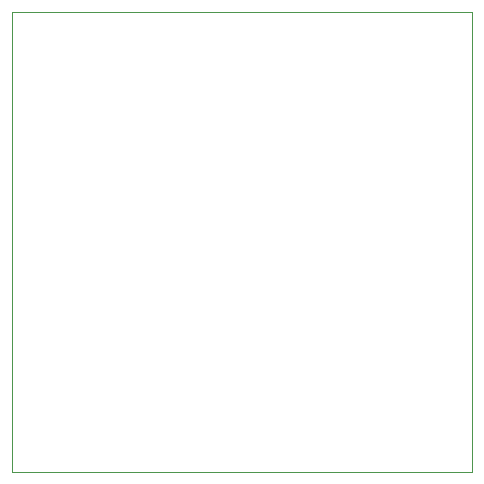
<source format=gbr>
%TF.GenerationSoftware,KiCad,Pcbnew,9.0.6*%
%TF.CreationDate,2025-12-27T02:42:01+01:00*%
%TF.ProjectId,hardware,68617264-7761-4726-952e-6b696361645f,rev?*%
%TF.SameCoordinates,Original*%
%TF.FileFunction,Profile,NP*%
%FSLAX46Y46*%
G04 Gerber Fmt 4.6, Leading zero omitted, Abs format (unit mm)*
G04 Created by KiCad (PCBNEW 9.0.6) date 2025-12-27 02:42:01*
%MOMM*%
%LPD*%
G01*
G04 APERTURE LIST*
%TA.AperFunction,Profile*%
%ADD10C,0.050000*%
%TD*%
G04 APERTURE END LIST*
D10*
X133500000Y-88500000D02*
X172500000Y-88500000D01*
X172500000Y-127500000D01*
X133500000Y-127500000D01*
X133500000Y-88500000D01*
M02*

</source>
